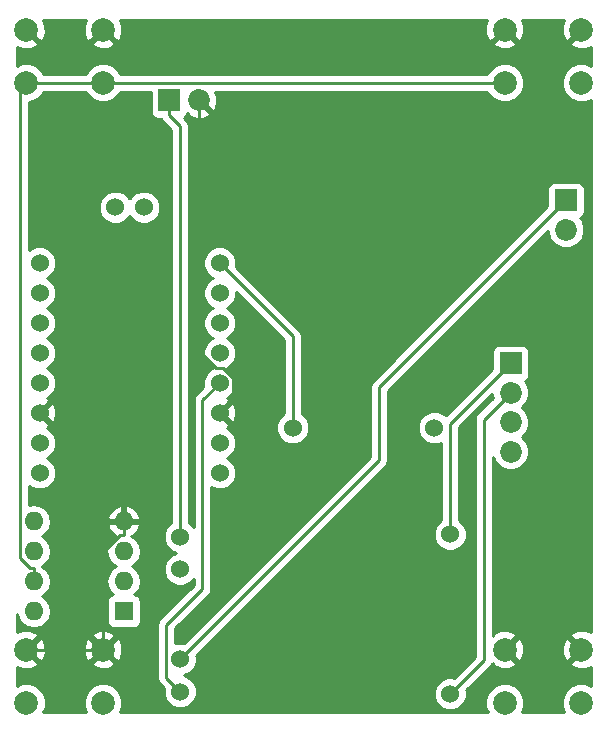
<source format=gbr>
G04 #@! TF.FileFunction,Copper,L1,Top,Signal*
%FSLAX46Y46*%
G04 Gerber Fmt 4.6, Leading zero omitted, Abs format (unit mm)*
G04 Created by KiCad (PCBNEW 4.0.6+dfsg1-1) date Tue Mar 13 10:59:44 2018*
%MOMM*%
%LPD*%
G01*
G04 APERTURE LIST*
%ADD10C,0.100000*%
%ADD11C,1.524000*%
%ADD12R,1.850000X1.850000*%
%ADD13C,1.850000*%
%ADD14R,1.600000X1.600000*%
%ADD15O,1.600000X1.600000*%
%ADD16C,2.000000*%
%ADD17C,0.250000*%
%ADD18C,0.254000*%
G04 APERTURE END LIST*
D10*
D11*
X157250000Y-122700000D03*
X169250000Y-122700000D03*
D12*
X146800000Y-95000000D03*
D13*
X149300000Y-95000000D03*
D14*
X142950000Y-138250000D03*
D15*
X135330000Y-130630000D03*
X142950000Y-135710000D03*
X135330000Y-133170000D03*
X142950000Y-133170000D03*
X135330000Y-135710000D03*
X142950000Y-130630000D03*
X135330000Y-138250000D03*
D16*
X134700000Y-93500000D03*
X134700000Y-89000000D03*
X141200000Y-93500000D03*
X141200000Y-89000000D03*
X175200000Y-93500000D03*
X175200000Y-89000000D03*
X181700000Y-93500000D03*
X181700000Y-89000000D03*
X175200000Y-146000000D03*
X175200000Y-141500000D03*
X181700000Y-146000000D03*
X181700000Y-141500000D03*
X134700000Y-146000000D03*
X134700000Y-141500000D03*
X141200000Y-146000000D03*
X141200000Y-141500000D03*
D12*
X180400000Y-103450000D03*
D13*
X180400000Y-105950000D03*
D12*
X175700000Y-117250000D03*
D13*
X175700000Y-119750000D03*
X175700000Y-122250000D03*
X175700000Y-124750000D03*
D11*
X151070000Y-126540000D03*
X151070000Y-124000000D03*
X151070000Y-121460000D03*
X151070000Y-118920000D03*
X151070000Y-116380000D03*
X151070000Y-113840000D03*
X151070000Y-111300000D03*
X151070000Y-108760000D03*
X135830000Y-126540000D03*
X135830000Y-124000000D03*
X135830000Y-121460000D03*
X135830000Y-118920000D03*
X135830000Y-116380000D03*
X135830000Y-113840000D03*
X135830000Y-111300000D03*
X135830000Y-108760000D03*
X144650000Y-104050000D03*
X142250000Y-104050000D03*
X147720000Y-142310000D03*
X147720000Y-134690000D03*
X147720000Y-131946800D03*
X147720000Y-145053200D03*
X170580000Y-131743600D03*
X170580000Y-145256400D03*
D17*
X170580000Y-122370000D02*
X175700000Y-117250000D01*
X170580000Y-131743600D02*
X170580000Y-122370000D01*
X173419200Y-122030800D02*
X175700000Y-119750000D01*
X173419200Y-142417200D02*
X173419200Y-122030800D01*
X170580000Y-145256400D02*
X173419200Y-142417200D01*
X157250000Y-114940000D02*
X157250000Y-122700000D01*
X151070000Y-108760000D02*
X157250000Y-114940000D01*
X135330000Y-135710000D02*
X135330000Y-134584700D01*
X175200000Y-93500000D02*
X141200000Y-93500000D01*
X134204700Y-93995300D02*
X134700000Y-93500000D01*
X134204700Y-133740800D02*
X134204700Y-93995300D01*
X135048600Y-134584700D02*
X134204700Y-133740800D01*
X135330000Y-134584700D02*
X135048600Y-134584700D01*
X134700000Y-93500000D02*
X141200000Y-93500000D01*
X134700000Y-141500000D02*
X141200000Y-141500000D01*
X149300000Y-116199800D02*
X149300000Y-95000000D01*
X150750200Y-117650000D02*
X149300000Y-116199800D01*
X151347400Y-117650000D02*
X150750200Y-117650000D01*
X152170800Y-118473400D02*
X151347400Y-117650000D01*
X152170800Y-120359200D02*
X152170800Y-118473400D01*
X151070000Y-121460000D02*
X152170800Y-120359200D01*
X141200000Y-133224000D02*
X141200000Y-141500000D01*
X142668700Y-131755300D02*
X141200000Y-133224000D01*
X142950000Y-131755300D02*
X142668700Y-131755300D01*
X142950000Y-130630000D02*
X142950000Y-131755300D01*
X147720000Y-97170300D02*
X146800000Y-96250300D01*
X147720000Y-131946800D02*
X147720000Y-97170300D01*
X146800000Y-95000000D02*
X146800000Y-96250300D01*
X149617400Y-120372600D02*
X151070000Y-118920000D01*
X149617400Y-136339800D02*
X149617400Y-120372600D01*
X146562300Y-139394900D02*
X149617400Y-136339800D01*
X146562300Y-143895500D02*
X146562300Y-139394900D01*
X147720000Y-145053200D02*
X146562300Y-143895500D01*
X164559500Y-119290500D02*
X180400000Y-103450000D01*
X164559500Y-125470500D02*
X164559500Y-119290500D01*
X147720000Y-142310000D02*
X164559500Y-125470500D01*
D18*
G36*
X139554092Y-88735461D02*
X139578144Y-89385460D01*
X139780613Y-89874264D01*
X140047468Y-89972927D01*
X141020395Y-89000000D01*
X141006253Y-88985858D01*
X141185858Y-88806253D01*
X141200000Y-88820395D01*
X141214143Y-88806253D01*
X141393748Y-88985858D01*
X141379605Y-89000000D01*
X142352532Y-89972927D01*
X142619387Y-89874264D01*
X142845908Y-89264539D01*
X142821856Y-88614540D01*
X142654290Y-88210000D01*
X173749308Y-88210000D01*
X173554092Y-88735461D01*
X173578144Y-89385460D01*
X173780613Y-89874264D01*
X174047468Y-89972927D01*
X175020395Y-89000000D01*
X175006253Y-88985858D01*
X175185858Y-88806253D01*
X175200000Y-88820395D01*
X175214143Y-88806253D01*
X175393748Y-88985858D01*
X175379605Y-89000000D01*
X176352532Y-89972927D01*
X176619387Y-89874264D01*
X176845908Y-89264539D01*
X176821856Y-88614540D01*
X176654290Y-88210000D01*
X180249308Y-88210000D01*
X180054092Y-88735461D01*
X180078144Y-89385460D01*
X180280613Y-89874264D01*
X180547468Y-89972927D01*
X181520395Y-89000000D01*
X181506253Y-88985858D01*
X181685858Y-88806253D01*
X181700000Y-88820395D01*
X181714143Y-88806253D01*
X181893748Y-88985858D01*
X181879605Y-89000000D01*
X181893748Y-89014143D01*
X181714143Y-89193748D01*
X181700000Y-89179605D01*
X180727073Y-90152532D01*
X180825736Y-90419387D01*
X181435461Y-90645908D01*
X182085460Y-90621856D01*
X182490000Y-90454290D01*
X182490000Y-92057684D01*
X182026648Y-91865284D01*
X181376205Y-91864716D01*
X180775057Y-92113106D01*
X180314722Y-92572637D01*
X180065284Y-93173352D01*
X180064716Y-93823795D01*
X180313106Y-94424943D01*
X180772637Y-94885278D01*
X181373352Y-95134716D01*
X182023795Y-95135284D01*
X182490000Y-94942651D01*
X182490000Y-140049308D01*
X181964539Y-139854092D01*
X181314540Y-139878144D01*
X180825736Y-140080613D01*
X180727073Y-140347468D01*
X181700000Y-141320395D01*
X181714143Y-141306253D01*
X181893748Y-141485858D01*
X181879605Y-141500000D01*
X181893748Y-141514143D01*
X181714143Y-141693748D01*
X181700000Y-141679605D01*
X180727073Y-142652532D01*
X180825736Y-142919387D01*
X181435461Y-143145908D01*
X182085460Y-143121856D01*
X182490000Y-142954290D01*
X182490000Y-144557684D01*
X182026648Y-144365284D01*
X181376205Y-144364716D01*
X180775057Y-144613106D01*
X180314722Y-145072637D01*
X180065284Y-145673352D01*
X180064716Y-146323795D01*
X180257349Y-146790000D01*
X176642316Y-146790000D01*
X176834716Y-146326648D01*
X176835284Y-145676205D01*
X176586894Y-145075057D01*
X176127363Y-144614722D01*
X175526648Y-144365284D01*
X174876205Y-144364716D01*
X174275057Y-144613106D01*
X173814722Y-145072637D01*
X173565284Y-145673352D01*
X173564716Y-146323795D01*
X173757349Y-146790000D01*
X142642316Y-146790000D01*
X142834716Y-146326648D01*
X142835284Y-145676205D01*
X142586894Y-145075057D01*
X142127363Y-144614722D01*
X141526648Y-144365284D01*
X140876205Y-144364716D01*
X140275057Y-144613106D01*
X139814722Y-145072637D01*
X139565284Y-145673352D01*
X139564716Y-146323795D01*
X139757349Y-146790000D01*
X136142316Y-146790000D01*
X136334716Y-146326648D01*
X136335284Y-145676205D01*
X136086894Y-145075057D01*
X135627363Y-144614722D01*
X135026648Y-144365284D01*
X134376205Y-144364716D01*
X133910000Y-144557349D01*
X133910000Y-142950692D01*
X134435461Y-143145908D01*
X135085460Y-143121856D01*
X135574264Y-142919387D01*
X135672927Y-142652532D01*
X140227073Y-142652532D01*
X140325736Y-142919387D01*
X140935461Y-143145908D01*
X141585460Y-143121856D01*
X142074264Y-142919387D01*
X142172927Y-142652532D01*
X141200000Y-141679605D01*
X140227073Y-142652532D01*
X135672927Y-142652532D01*
X134700000Y-141679605D01*
X134685858Y-141693748D01*
X134506253Y-141514143D01*
X134520395Y-141500000D01*
X134879605Y-141500000D01*
X135852532Y-142472927D01*
X136119387Y-142374264D01*
X136345908Y-141764539D01*
X136326331Y-141235461D01*
X139554092Y-141235461D01*
X139578144Y-141885460D01*
X139780613Y-142374264D01*
X140047468Y-142472927D01*
X141020395Y-141500000D01*
X141379605Y-141500000D01*
X142352532Y-142472927D01*
X142619387Y-142374264D01*
X142845908Y-141764539D01*
X142821856Y-141114540D01*
X142619387Y-140625736D01*
X142352532Y-140527073D01*
X141379605Y-141500000D01*
X141020395Y-141500000D01*
X140047468Y-140527073D01*
X139780613Y-140625736D01*
X139554092Y-141235461D01*
X136326331Y-141235461D01*
X136321856Y-141114540D01*
X136119387Y-140625736D01*
X135852532Y-140527073D01*
X134879605Y-141500000D01*
X134520395Y-141500000D01*
X134506253Y-141485858D01*
X134685858Y-141306253D01*
X134700000Y-141320395D01*
X135672927Y-140347468D01*
X140227073Y-140347468D01*
X141200000Y-141320395D01*
X142172927Y-140347468D01*
X142074264Y-140080613D01*
X141464539Y-139854092D01*
X140814540Y-139878144D01*
X140325736Y-140080613D01*
X140227073Y-140347468D01*
X135672927Y-140347468D01*
X135574264Y-140080613D01*
X134964539Y-139854092D01*
X134314540Y-139878144D01*
X133910000Y-140045710D01*
X133910000Y-138466744D01*
X133976120Y-138799151D01*
X134287189Y-139264698D01*
X134752736Y-139575767D01*
X135301887Y-139685000D01*
X135358113Y-139685000D01*
X135907264Y-139575767D01*
X136372811Y-139264698D01*
X136683880Y-138799151D01*
X136793113Y-138250000D01*
X136683880Y-137700849D01*
X136372811Y-137235302D01*
X135990725Y-136980000D01*
X136372811Y-136724698D01*
X136683880Y-136259151D01*
X136793113Y-135710000D01*
X136683880Y-135160849D01*
X136372811Y-134695302D01*
X136072022Y-134494321D01*
X136052947Y-134398424D01*
X136372811Y-134184698D01*
X136683880Y-133719151D01*
X136793113Y-133170000D01*
X141486887Y-133170000D01*
X141596120Y-133719151D01*
X141907189Y-134184698D01*
X142289275Y-134440000D01*
X141907189Y-134695302D01*
X141596120Y-135160849D01*
X141486887Y-135710000D01*
X141596120Y-136259151D01*
X141907189Y-136724698D01*
X142051465Y-136821101D01*
X141914683Y-136846838D01*
X141698559Y-136985910D01*
X141553569Y-137198110D01*
X141502560Y-137450000D01*
X141502560Y-139050000D01*
X141546838Y-139285317D01*
X141685910Y-139501441D01*
X141898110Y-139646431D01*
X142150000Y-139697440D01*
X143750000Y-139697440D01*
X143985317Y-139653162D01*
X144201441Y-139514090D01*
X144346431Y-139301890D01*
X144397440Y-139050000D01*
X144397440Y-137450000D01*
X144353162Y-137214683D01*
X144214090Y-136998559D01*
X144001890Y-136853569D01*
X143846911Y-136822185D01*
X143992811Y-136724698D01*
X144303880Y-136259151D01*
X144413113Y-135710000D01*
X144303880Y-135160849D01*
X143992811Y-134695302D01*
X143610725Y-134440000D01*
X143992811Y-134184698D01*
X144303880Y-133719151D01*
X144413113Y-133170000D01*
X144303880Y-132620849D01*
X143992811Y-132155302D01*
X143588297Y-131885014D01*
X143805134Y-131782389D01*
X144181041Y-131367423D01*
X144341904Y-130979039D01*
X144219915Y-130757000D01*
X143077000Y-130757000D01*
X143077000Y-130777000D01*
X142823000Y-130777000D01*
X142823000Y-130757000D01*
X141680085Y-130757000D01*
X141558096Y-130979039D01*
X141718959Y-131367423D01*
X142094866Y-131782389D01*
X142311703Y-131885014D01*
X141907189Y-132155302D01*
X141596120Y-132620849D01*
X141486887Y-133170000D01*
X136793113Y-133170000D01*
X136683880Y-132620849D01*
X136372811Y-132155302D01*
X135990725Y-131900000D01*
X136372811Y-131644698D01*
X136683880Y-131179151D01*
X136793113Y-130630000D01*
X136723685Y-130280961D01*
X141558096Y-130280961D01*
X141680085Y-130503000D01*
X142823000Y-130503000D01*
X142823000Y-129359371D01*
X143077000Y-129359371D01*
X143077000Y-130503000D01*
X144219915Y-130503000D01*
X144341904Y-130280961D01*
X144181041Y-129892577D01*
X143805134Y-129477611D01*
X143299041Y-129238086D01*
X143077000Y-129359371D01*
X142823000Y-129359371D01*
X142600959Y-129238086D01*
X142094866Y-129477611D01*
X141718959Y-129892577D01*
X141558096Y-130280961D01*
X136723685Y-130280961D01*
X136683880Y-130080849D01*
X136372811Y-129615302D01*
X135907264Y-129304233D01*
X135358113Y-129195000D01*
X135301887Y-129195000D01*
X134964700Y-129262071D01*
X134964700Y-127650572D01*
X135037630Y-127723629D01*
X135550900Y-127936757D01*
X136106661Y-127937242D01*
X136620303Y-127725010D01*
X137013629Y-127332370D01*
X137226757Y-126819100D01*
X137227242Y-126263339D01*
X137015010Y-125749697D01*
X136622370Y-125356371D01*
X136414488Y-125270051D01*
X136620303Y-125185010D01*
X137013629Y-124792370D01*
X137226757Y-124279100D01*
X137227242Y-123723339D01*
X137015010Y-123209697D01*
X136622370Y-122816371D01*
X136430273Y-122736605D01*
X136561143Y-122682397D01*
X136630608Y-122440213D01*
X135830000Y-121639605D01*
X135815858Y-121653748D01*
X135636253Y-121474143D01*
X135650395Y-121460000D01*
X136009605Y-121460000D01*
X136810213Y-122260608D01*
X137052397Y-122191143D01*
X137239144Y-121667698D01*
X137211362Y-121112632D01*
X137052397Y-120728857D01*
X136810213Y-120659392D01*
X136009605Y-121460000D01*
X135650395Y-121460000D01*
X135636253Y-121445858D01*
X135815858Y-121266253D01*
X135830000Y-121280395D01*
X136630608Y-120479787D01*
X136561143Y-120237603D01*
X136420682Y-120187491D01*
X136620303Y-120105010D01*
X137013629Y-119712370D01*
X137226757Y-119199100D01*
X137227242Y-118643339D01*
X137015010Y-118129697D01*
X136622370Y-117736371D01*
X136414488Y-117650051D01*
X136620303Y-117565010D01*
X137013629Y-117172370D01*
X137226757Y-116659100D01*
X137227242Y-116103339D01*
X137015010Y-115589697D01*
X136622370Y-115196371D01*
X136414488Y-115110051D01*
X136620303Y-115025010D01*
X137013629Y-114632370D01*
X137226757Y-114119100D01*
X137227242Y-113563339D01*
X137015010Y-113049697D01*
X136622370Y-112656371D01*
X136414488Y-112570051D01*
X136620303Y-112485010D01*
X137013629Y-112092370D01*
X137226757Y-111579100D01*
X137227242Y-111023339D01*
X137015010Y-110509697D01*
X136622370Y-110116371D01*
X136414488Y-110030051D01*
X136620303Y-109945010D01*
X137013629Y-109552370D01*
X137226757Y-109039100D01*
X137227242Y-108483339D01*
X137015010Y-107969697D01*
X136622370Y-107576371D01*
X136109100Y-107363243D01*
X135553339Y-107362758D01*
X135039697Y-107574990D01*
X134964700Y-107649856D01*
X134964700Y-104326661D01*
X140852758Y-104326661D01*
X141064990Y-104840303D01*
X141457630Y-105233629D01*
X141970900Y-105446757D01*
X142526661Y-105447242D01*
X143040303Y-105235010D01*
X143433629Y-104842370D01*
X143449776Y-104803483D01*
X143464990Y-104840303D01*
X143857630Y-105233629D01*
X144370900Y-105446757D01*
X144926661Y-105447242D01*
X145440303Y-105235010D01*
X145833629Y-104842370D01*
X146046757Y-104329100D01*
X146047242Y-103773339D01*
X145835010Y-103259697D01*
X145442370Y-102866371D01*
X144929100Y-102653243D01*
X144373339Y-102652758D01*
X143859697Y-102864990D01*
X143466371Y-103257630D01*
X143450224Y-103296517D01*
X143435010Y-103259697D01*
X143042370Y-102866371D01*
X142529100Y-102653243D01*
X141973339Y-102652758D01*
X141459697Y-102864990D01*
X141066371Y-103257630D01*
X140853243Y-103770900D01*
X140852758Y-104326661D01*
X134964700Y-104326661D01*
X134964700Y-95135232D01*
X135023795Y-95135284D01*
X135624943Y-94886894D01*
X136085278Y-94427363D01*
X136154773Y-94260000D01*
X139744953Y-94260000D01*
X139813106Y-94424943D01*
X140272637Y-94885278D01*
X140873352Y-95134716D01*
X141523795Y-95135284D01*
X142124943Y-94886894D01*
X142585278Y-94427363D01*
X142654773Y-94260000D01*
X145227560Y-94260000D01*
X145227560Y-95925000D01*
X145271838Y-96160317D01*
X145410910Y-96376441D01*
X145623110Y-96521431D01*
X145875000Y-96572440D01*
X146118767Y-96572440D01*
X146262599Y-96787701D01*
X146960000Y-97485102D01*
X146960000Y-130749269D01*
X146929697Y-130761790D01*
X146536371Y-131154430D01*
X146323243Y-131667700D01*
X146322758Y-132223461D01*
X146534990Y-132737103D01*
X146927630Y-133130429D01*
X147380797Y-133318600D01*
X146929697Y-133504990D01*
X146536371Y-133897630D01*
X146323243Y-134410900D01*
X146322758Y-134966661D01*
X146534990Y-135480303D01*
X146927630Y-135873629D01*
X147440900Y-136086757D01*
X147996661Y-136087242D01*
X148510303Y-135875010D01*
X148857400Y-135528518D01*
X148857400Y-136024998D01*
X146024899Y-138857499D01*
X145860152Y-139104061D01*
X145802300Y-139394900D01*
X145802300Y-143895500D01*
X145860152Y-144186339D01*
X146024899Y-144432901D01*
X146335817Y-144743819D01*
X146323243Y-144774100D01*
X146322758Y-145329861D01*
X146534990Y-145843503D01*
X146927630Y-146236829D01*
X147440900Y-146449957D01*
X147996661Y-146450442D01*
X148510303Y-146238210D01*
X148903629Y-145845570D01*
X149116757Y-145332300D01*
X149117242Y-144776539D01*
X148905010Y-144262897D01*
X148512370Y-143869571D01*
X148059203Y-143681400D01*
X148510303Y-143495010D01*
X148903629Y-143102370D01*
X149116757Y-142589100D01*
X149117242Y-142033339D01*
X149103857Y-142000945D01*
X165096901Y-126007901D01*
X165261648Y-125761340D01*
X165319500Y-125470500D01*
X165319500Y-122976661D01*
X167852758Y-122976661D01*
X168064990Y-123490303D01*
X168457630Y-123883629D01*
X168970900Y-124096757D01*
X169526661Y-124097242D01*
X169820000Y-123976037D01*
X169820000Y-130546069D01*
X169789697Y-130558590D01*
X169396371Y-130951230D01*
X169183243Y-131464500D01*
X169182758Y-132020261D01*
X169394990Y-132533903D01*
X169787630Y-132927229D01*
X170300900Y-133140357D01*
X170856661Y-133140842D01*
X171370303Y-132928610D01*
X171763629Y-132535970D01*
X171976757Y-132022700D01*
X171977242Y-131466939D01*
X171765010Y-130953297D01*
X171372370Y-130559971D01*
X171340000Y-130546530D01*
X171340000Y-122684802D01*
X174139882Y-119884920D01*
X174139730Y-120058942D01*
X174191343Y-120183855D01*
X172881799Y-121493399D01*
X172717052Y-121739961D01*
X172659200Y-122030800D01*
X172659200Y-142102398D01*
X170889381Y-143872217D01*
X170859100Y-143859643D01*
X170303339Y-143859158D01*
X169789697Y-144071390D01*
X169396371Y-144464030D01*
X169183243Y-144977300D01*
X169182758Y-145533061D01*
X169394990Y-146046703D01*
X169787630Y-146440029D01*
X170300900Y-146653157D01*
X170856661Y-146653642D01*
X171370303Y-146441410D01*
X171763629Y-146048770D01*
X171976757Y-145535500D01*
X171977242Y-144979739D01*
X171963857Y-144947345D01*
X173956601Y-142954601D01*
X174094380Y-142748400D01*
X174112794Y-142766814D01*
X174227074Y-142652534D01*
X174325736Y-142919387D01*
X174935461Y-143145908D01*
X175585460Y-143121856D01*
X176074264Y-142919387D01*
X176172927Y-142652532D01*
X175200000Y-141679605D01*
X175185858Y-141693748D01*
X175006253Y-141514143D01*
X175020395Y-141500000D01*
X175379605Y-141500000D01*
X176352532Y-142472927D01*
X176619387Y-142374264D01*
X176845908Y-141764539D01*
X176826331Y-141235461D01*
X180054092Y-141235461D01*
X180078144Y-141885460D01*
X180280613Y-142374264D01*
X180547468Y-142472927D01*
X181520395Y-141500000D01*
X180547468Y-140527073D01*
X180280613Y-140625736D01*
X180054092Y-141235461D01*
X176826331Y-141235461D01*
X176821856Y-141114540D01*
X176619387Y-140625736D01*
X176352532Y-140527073D01*
X175379605Y-141500000D01*
X175020395Y-141500000D01*
X175006253Y-141485858D01*
X175185858Y-141306253D01*
X175200000Y-141320395D01*
X176172927Y-140347468D01*
X176074264Y-140080613D01*
X175464539Y-139854092D01*
X174814540Y-139878144D01*
X174325736Y-140080613D01*
X174227074Y-140347466D01*
X174179200Y-140299592D01*
X174179200Y-125154467D01*
X174376725Y-125632514D01*
X174815177Y-126071732D01*
X175388336Y-126309728D01*
X176008942Y-126310270D01*
X176582514Y-126073275D01*
X177021732Y-125634823D01*
X177259728Y-125061664D01*
X177260270Y-124441058D01*
X177023275Y-123867486D01*
X176656174Y-123499744D01*
X177021732Y-123134823D01*
X177259728Y-122561664D01*
X177260270Y-121941058D01*
X177023275Y-121367486D01*
X176656174Y-120999744D01*
X177021732Y-120634823D01*
X177259728Y-120061664D01*
X177260270Y-119441058D01*
X177023275Y-118867486D01*
X176905246Y-118749251D01*
X177076441Y-118639090D01*
X177221431Y-118426890D01*
X177272440Y-118175000D01*
X177272440Y-116325000D01*
X177228162Y-116089683D01*
X177089090Y-115873559D01*
X176876890Y-115728569D01*
X176625000Y-115677560D01*
X174775000Y-115677560D01*
X174539683Y-115721838D01*
X174323559Y-115860910D01*
X174178569Y-116073110D01*
X174127560Y-116325000D01*
X174127560Y-117747638D01*
X170200460Y-121674738D01*
X170042370Y-121516371D01*
X169529100Y-121303243D01*
X168973339Y-121302758D01*
X168459697Y-121514990D01*
X168066371Y-121907630D01*
X167853243Y-122420900D01*
X167852758Y-122976661D01*
X165319500Y-122976661D01*
X165319500Y-119605302D01*
X178839882Y-106084920D01*
X178839730Y-106258942D01*
X179076725Y-106832514D01*
X179515177Y-107271732D01*
X180088336Y-107509728D01*
X180708942Y-107510270D01*
X181282514Y-107273275D01*
X181721732Y-106834823D01*
X181959728Y-106261664D01*
X181960270Y-105641058D01*
X181723275Y-105067486D01*
X181605246Y-104949251D01*
X181776441Y-104839090D01*
X181921431Y-104626890D01*
X181972440Y-104375000D01*
X181972440Y-102525000D01*
X181928162Y-102289683D01*
X181789090Y-102073559D01*
X181576890Y-101928569D01*
X181325000Y-101877560D01*
X179475000Y-101877560D01*
X179239683Y-101921838D01*
X179023559Y-102060910D01*
X178878569Y-102273110D01*
X178827560Y-102525000D01*
X178827560Y-103947638D01*
X164022099Y-118753099D01*
X163857352Y-118999661D01*
X163799500Y-119290500D01*
X163799500Y-125155698D01*
X148029381Y-140925817D01*
X147999100Y-140913243D01*
X147443339Y-140912758D01*
X147322300Y-140962770D01*
X147322300Y-139709702D01*
X150154801Y-136877201D01*
X150319548Y-136630639D01*
X150377400Y-136339800D01*
X150377400Y-127765057D01*
X150790900Y-127936757D01*
X151346661Y-127937242D01*
X151860303Y-127725010D01*
X152253629Y-127332370D01*
X152466757Y-126819100D01*
X152467242Y-126263339D01*
X152255010Y-125749697D01*
X151862370Y-125356371D01*
X151654488Y-125270051D01*
X151860303Y-125185010D01*
X152253629Y-124792370D01*
X152466757Y-124279100D01*
X152467242Y-123723339D01*
X152255010Y-123209697D01*
X151862370Y-122816371D01*
X151670273Y-122736605D01*
X151801143Y-122682397D01*
X151870608Y-122440213D01*
X151070000Y-121639605D01*
X151055858Y-121653748D01*
X150876253Y-121474143D01*
X150890395Y-121460000D01*
X151249605Y-121460000D01*
X152050213Y-122260608D01*
X152292397Y-122191143D01*
X152479144Y-121667698D01*
X152451362Y-121112632D01*
X152292397Y-120728857D01*
X152050213Y-120659392D01*
X151249605Y-121460000D01*
X150890395Y-121460000D01*
X150876253Y-121445858D01*
X151055858Y-121266253D01*
X151070000Y-121280395D01*
X151870608Y-120479787D01*
X151801143Y-120237603D01*
X151660682Y-120187491D01*
X151860303Y-120105010D01*
X152253629Y-119712370D01*
X152466757Y-119199100D01*
X152467242Y-118643339D01*
X152255010Y-118129697D01*
X151862370Y-117736371D01*
X151654488Y-117650051D01*
X151860303Y-117565010D01*
X152253629Y-117172370D01*
X152466757Y-116659100D01*
X152467242Y-116103339D01*
X152255010Y-115589697D01*
X151862370Y-115196371D01*
X151654488Y-115110051D01*
X151860303Y-115025010D01*
X152253629Y-114632370D01*
X152466757Y-114119100D01*
X152467242Y-113563339D01*
X152255010Y-113049697D01*
X151862370Y-112656371D01*
X151654488Y-112570051D01*
X151860303Y-112485010D01*
X152253629Y-112092370D01*
X152466757Y-111579100D01*
X152467060Y-111231862D01*
X156490000Y-115254802D01*
X156490000Y-121502469D01*
X156459697Y-121514990D01*
X156066371Y-121907630D01*
X155853243Y-122420900D01*
X155852758Y-122976661D01*
X156064990Y-123490303D01*
X156457630Y-123883629D01*
X156970900Y-124096757D01*
X157526661Y-124097242D01*
X158040303Y-123885010D01*
X158433629Y-123492370D01*
X158646757Y-122979100D01*
X158647242Y-122423339D01*
X158435010Y-121909697D01*
X158042370Y-121516371D01*
X158010000Y-121502930D01*
X158010000Y-114940000D01*
X157952148Y-114649161D01*
X157787401Y-114402599D01*
X152454183Y-109069381D01*
X152466757Y-109039100D01*
X152467242Y-108483339D01*
X152255010Y-107969697D01*
X151862370Y-107576371D01*
X151349100Y-107363243D01*
X150793339Y-107362758D01*
X150279697Y-107574990D01*
X149886371Y-107967630D01*
X149673243Y-108480900D01*
X149672758Y-109036661D01*
X149884990Y-109550303D01*
X150277630Y-109943629D01*
X150485512Y-110029949D01*
X150279697Y-110114990D01*
X149886371Y-110507630D01*
X149673243Y-111020900D01*
X149672758Y-111576661D01*
X149884990Y-112090303D01*
X150277630Y-112483629D01*
X150485512Y-112569949D01*
X150279697Y-112654990D01*
X149886371Y-113047630D01*
X149673243Y-113560900D01*
X149672758Y-114116661D01*
X149884990Y-114630303D01*
X150277630Y-115023629D01*
X150485512Y-115109949D01*
X150279697Y-115194990D01*
X149886371Y-115587630D01*
X149673243Y-116100900D01*
X149672758Y-116656661D01*
X149884990Y-117170303D01*
X150277630Y-117563629D01*
X150485512Y-117649949D01*
X150279697Y-117734990D01*
X149886371Y-118127630D01*
X149673243Y-118640900D01*
X149672758Y-119196661D01*
X149686143Y-119229055D01*
X149079999Y-119835199D01*
X148915252Y-120081761D01*
X148857400Y-120372600D01*
X148857400Y-131108804D01*
X148512370Y-130763171D01*
X148480000Y-130749730D01*
X148480000Y-97170300D01*
X148422148Y-96879461D01*
X148422148Y-96879460D01*
X148257401Y-96632899D01*
X148077353Y-96452851D01*
X148176441Y-96389090D01*
X148321431Y-96176890D01*
X148326183Y-96153425D01*
X148381350Y-96098258D01*
X148470821Y-96357332D01*
X149053368Y-96571325D01*
X149673461Y-96546097D01*
X150129179Y-96357332D01*
X150218651Y-96098256D01*
X149300000Y-95179605D01*
X149285858Y-95193748D01*
X149106253Y-95014143D01*
X149120395Y-95000000D01*
X149106253Y-94985858D01*
X149285858Y-94806253D01*
X149300000Y-94820395D01*
X149314143Y-94806253D01*
X149493748Y-94985858D01*
X149479605Y-95000000D01*
X150398256Y-95918651D01*
X150657332Y-95829179D01*
X150871325Y-95246632D01*
X150846097Y-94626539D01*
X150694271Y-94260000D01*
X173744953Y-94260000D01*
X173813106Y-94424943D01*
X174272637Y-94885278D01*
X174873352Y-95134716D01*
X175523795Y-95135284D01*
X176124943Y-94886894D01*
X176585278Y-94427363D01*
X176834716Y-93826648D01*
X176835284Y-93176205D01*
X176586894Y-92575057D01*
X176127363Y-92114722D01*
X175526648Y-91865284D01*
X174876205Y-91864716D01*
X174275057Y-92113106D01*
X173814722Y-92572637D01*
X173745227Y-92740000D01*
X142655047Y-92740000D01*
X142586894Y-92575057D01*
X142127363Y-92114722D01*
X141526648Y-91865284D01*
X140876205Y-91864716D01*
X140275057Y-92113106D01*
X139814722Y-92572637D01*
X139745227Y-92740000D01*
X136155047Y-92740000D01*
X136086894Y-92575057D01*
X135627363Y-92114722D01*
X135026648Y-91865284D01*
X134376205Y-91864716D01*
X133910000Y-92057349D01*
X133910000Y-90450692D01*
X134435461Y-90645908D01*
X135085460Y-90621856D01*
X135574264Y-90419387D01*
X135672927Y-90152532D01*
X140227073Y-90152532D01*
X140325736Y-90419387D01*
X140935461Y-90645908D01*
X141585460Y-90621856D01*
X142074264Y-90419387D01*
X142172927Y-90152532D01*
X174227073Y-90152532D01*
X174325736Y-90419387D01*
X174935461Y-90645908D01*
X175585460Y-90621856D01*
X176074264Y-90419387D01*
X176172927Y-90152532D01*
X175200000Y-89179605D01*
X174227073Y-90152532D01*
X142172927Y-90152532D01*
X141200000Y-89179605D01*
X140227073Y-90152532D01*
X135672927Y-90152532D01*
X134700000Y-89179605D01*
X134685858Y-89193748D01*
X134506253Y-89014143D01*
X134520395Y-89000000D01*
X134506253Y-88985858D01*
X134685858Y-88806253D01*
X134700000Y-88820395D01*
X134714143Y-88806253D01*
X134893748Y-88985858D01*
X134879605Y-89000000D01*
X135852532Y-89972927D01*
X136119387Y-89874264D01*
X136345908Y-89264539D01*
X136321856Y-88614540D01*
X136154290Y-88210000D01*
X139749308Y-88210000D01*
X139554092Y-88735461D01*
X139554092Y-88735461D01*
G37*
X139554092Y-88735461D02*
X139578144Y-89385460D01*
X139780613Y-89874264D01*
X140047468Y-89972927D01*
X141020395Y-89000000D01*
X141006253Y-88985858D01*
X141185858Y-88806253D01*
X141200000Y-88820395D01*
X141214143Y-88806253D01*
X141393748Y-88985858D01*
X141379605Y-89000000D01*
X142352532Y-89972927D01*
X142619387Y-89874264D01*
X142845908Y-89264539D01*
X142821856Y-88614540D01*
X142654290Y-88210000D01*
X173749308Y-88210000D01*
X173554092Y-88735461D01*
X173578144Y-89385460D01*
X173780613Y-89874264D01*
X174047468Y-89972927D01*
X175020395Y-89000000D01*
X175006253Y-88985858D01*
X175185858Y-88806253D01*
X175200000Y-88820395D01*
X175214143Y-88806253D01*
X175393748Y-88985858D01*
X175379605Y-89000000D01*
X176352532Y-89972927D01*
X176619387Y-89874264D01*
X176845908Y-89264539D01*
X176821856Y-88614540D01*
X176654290Y-88210000D01*
X180249308Y-88210000D01*
X180054092Y-88735461D01*
X180078144Y-89385460D01*
X180280613Y-89874264D01*
X180547468Y-89972927D01*
X181520395Y-89000000D01*
X181506253Y-88985858D01*
X181685858Y-88806253D01*
X181700000Y-88820395D01*
X181714143Y-88806253D01*
X181893748Y-88985858D01*
X181879605Y-89000000D01*
X181893748Y-89014143D01*
X181714143Y-89193748D01*
X181700000Y-89179605D01*
X180727073Y-90152532D01*
X180825736Y-90419387D01*
X181435461Y-90645908D01*
X182085460Y-90621856D01*
X182490000Y-90454290D01*
X182490000Y-92057684D01*
X182026648Y-91865284D01*
X181376205Y-91864716D01*
X180775057Y-92113106D01*
X180314722Y-92572637D01*
X180065284Y-93173352D01*
X180064716Y-93823795D01*
X180313106Y-94424943D01*
X180772637Y-94885278D01*
X181373352Y-95134716D01*
X182023795Y-95135284D01*
X182490000Y-94942651D01*
X182490000Y-140049308D01*
X181964539Y-139854092D01*
X181314540Y-139878144D01*
X180825736Y-140080613D01*
X180727073Y-140347468D01*
X181700000Y-141320395D01*
X181714143Y-141306253D01*
X181893748Y-141485858D01*
X181879605Y-141500000D01*
X181893748Y-141514143D01*
X181714143Y-141693748D01*
X181700000Y-141679605D01*
X180727073Y-142652532D01*
X180825736Y-142919387D01*
X181435461Y-143145908D01*
X182085460Y-143121856D01*
X182490000Y-142954290D01*
X182490000Y-144557684D01*
X182026648Y-144365284D01*
X181376205Y-144364716D01*
X180775057Y-144613106D01*
X180314722Y-145072637D01*
X180065284Y-145673352D01*
X180064716Y-146323795D01*
X180257349Y-146790000D01*
X176642316Y-146790000D01*
X176834716Y-146326648D01*
X176835284Y-145676205D01*
X176586894Y-145075057D01*
X176127363Y-144614722D01*
X175526648Y-144365284D01*
X174876205Y-144364716D01*
X174275057Y-144613106D01*
X173814722Y-145072637D01*
X173565284Y-145673352D01*
X173564716Y-146323795D01*
X173757349Y-146790000D01*
X142642316Y-146790000D01*
X142834716Y-146326648D01*
X142835284Y-145676205D01*
X142586894Y-145075057D01*
X142127363Y-144614722D01*
X141526648Y-144365284D01*
X140876205Y-144364716D01*
X140275057Y-144613106D01*
X139814722Y-145072637D01*
X139565284Y-145673352D01*
X139564716Y-146323795D01*
X139757349Y-146790000D01*
X136142316Y-146790000D01*
X136334716Y-146326648D01*
X136335284Y-145676205D01*
X136086894Y-145075057D01*
X135627363Y-144614722D01*
X135026648Y-144365284D01*
X134376205Y-144364716D01*
X133910000Y-144557349D01*
X133910000Y-142950692D01*
X134435461Y-143145908D01*
X135085460Y-143121856D01*
X135574264Y-142919387D01*
X135672927Y-142652532D01*
X140227073Y-142652532D01*
X140325736Y-142919387D01*
X140935461Y-143145908D01*
X141585460Y-143121856D01*
X142074264Y-142919387D01*
X142172927Y-142652532D01*
X141200000Y-141679605D01*
X140227073Y-142652532D01*
X135672927Y-142652532D01*
X134700000Y-141679605D01*
X134685858Y-141693748D01*
X134506253Y-141514143D01*
X134520395Y-141500000D01*
X134879605Y-141500000D01*
X135852532Y-142472927D01*
X136119387Y-142374264D01*
X136345908Y-141764539D01*
X136326331Y-141235461D01*
X139554092Y-141235461D01*
X139578144Y-141885460D01*
X139780613Y-142374264D01*
X140047468Y-142472927D01*
X141020395Y-141500000D01*
X141379605Y-141500000D01*
X142352532Y-142472927D01*
X142619387Y-142374264D01*
X142845908Y-141764539D01*
X142821856Y-141114540D01*
X142619387Y-140625736D01*
X142352532Y-140527073D01*
X141379605Y-141500000D01*
X141020395Y-141500000D01*
X140047468Y-140527073D01*
X139780613Y-140625736D01*
X139554092Y-141235461D01*
X136326331Y-141235461D01*
X136321856Y-141114540D01*
X136119387Y-140625736D01*
X135852532Y-140527073D01*
X134879605Y-141500000D01*
X134520395Y-141500000D01*
X134506253Y-141485858D01*
X134685858Y-141306253D01*
X134700000Y-141320395D01*
X135672927Y-140347468D01*
X140227073Y-140347468D01*
X141200000Y-141320395D01*
X142172927Y-140347468D01*
X142074264Y-140080613D01*
X141464539Y-139854092D01*
X140814540Y-139878144D01*
X140325736Y-140080613D01*
X140227073Y-140347468D01*
X135672927Y-140347468D01*
X135574264Y-140080613D01*
X134964539Y-139854092D01*
X134314540Y-139878144D01*
X133910000Y-140045710D01*
X133910000Y-138466744D01*
X133976120Y-138799151D01*
X134287189Y-139264698D01*
X134752736Y-139575767D01*
X135301887Y-139685000D01*
X135358113Y-139685000D01*
X135907264Y-139575767D01*
X136372811Y-139264698D01*
X136683880Y-138799151D01*
X136793113Y-138250000D01*
X136683880Y-137700849D01*
X136372811Y-137235302D01*
X135990725Y-136980000D01*
X136372811Y-136724698D01*
X136683880Y-136259151D01*
X136793113Y-135710000D01*
X136683880Y-135160849D01*
X136372811Y-134695302D01*
X136072022Y-134494321D01*
X136052947Y-134398424D01*
X136372811Y-134184698D01*
X136683880Y-133719151D01*
X136793113Y-133170000D01*
X141486887Y-133170000D01*
X141596120Y-133719151D01*
X141907189Y-134184698D01*
X142289275Y-134440000D01*
X141907189Y-134695302D01*
X141596120Y-135160849D01*
X141486887Y-135710000D01*
X141596120Y-136259151D01*
X141907189Y-136724698D01*
X142051465Y-136821101D01*
X141914683Y-136846838D01*
X141698559Y-136985910D01*
X141553569Y-137198110D01*
X141502560Y-137450000D01*
X141502560Y-139050000D01*
X141546838Y-139285317D01*
X141685910Y-139501441D01*
X141898110Y-139646431D01*
X142150000Y-139697440D01*
X143750000Y-139697440D01*
X143985317Y-139653162D01*
X144201441Y-139514090D01*
X144346431Y-139301890D01*
X144397440Y-139050000D01*
X144397440Y-137450000D01*
X144353162Y-137214683D01*
X144214090Y-136998559D01*
X144001890Y-136853569D01*
X143846911Y-136822185D01*
X143992811Y-136724698D01*
X144303880Y-136259151D01*
X144413113Y-135710000D01*
X144303880Y-135160849D01*
X143992811Y-134695302D01*
X143610725Y-134440000D01*
X143992811Y-134184698D01*
X144303880Y-133719151D01*
X144413113Y-133170000D01*
X144303880Y-132620849D01*
X143992811Y-132155302D01*
X143588297Y-131885014D01*
X143805134Y-131782389D01*
X144181041Y-131367423D01*
X144341904Y-130979039D01*
X144219915Y-130757000D01*
X143077000Y-130757000D01*
X143077000Y-130777000D01*
X142823000Y-130777000D01*
X142823000Y-130757000D01*
X141680085Y-130757000D01*
X141558096Y-130979039D01*
X141718959Y-131367423D01*
X142094866Y-131782389D01*
X142311703Y-131885014D01*
X141907189Y-132155302D01*
X141596120Y-132620849D01*
X141486887Y-133170000D01*
X136793113Y-133170000D01*
X136683880Y-132620849D01*
X136372811Y-132155302D01*
X135990725Y-131900000D01*
X136372811Y-131644698D01*
X136683880Y-131179151D01*
X136793113Y-130630000D01*
X136723685Y-130280961D01*
X141558096Y-130280961D01*
X141680085Y-130503000D01*
X142823000Y-130503000D01*
X142823000Y-129359371D01*
X143077000Y-129359371D01*
X143077000Y-130503000D01*
X144219915Y-130503000D01*
X144341904Y-130280961D01*
X144181041Y-129892577D01*
X143805134Y-129477611D01*
X143299041Y-129238086D01*
X143077000Y-129359371D01*
X142823000Y-129359371D01*
X142600959Y-129238086D01*
X142094866Y-129477611D01*
X141718959Y-129892577D01*
X141558096Y-130280961D01*
X136723685Y-130280961D01*
X136683880Y-130080849D01*
X136372811Y-129615302D01*
X135907264Y-129304233D01*
X135358113Y-129195000D01*
X135301887Y-129195000D01*
X134964700Y-129262071D01*
X134964700Y-127650572D01*
X135037630Y-127723629D01*
X135550900Y-127936757D01*
X136106661Y-127937242D01*
X136620303Y-127725010D01*
X137013629Y-127332370D01*
X137226757Y-126819100D01*
X137227242Y-126263339D01*
X137015010Y-125749697D01*
X136622370Y-125356371D01*
X136414488Y-125270051D01*
X136620303Y-125185010D01*
X137013629Y-124792370D01*
X137226757Y-124279100D01*
X137227242Y-123723339D01*
X137015010Y-123209697D01*
X136622370Y-122816371D01*
X136430273Y-122736605D01*
X136561143Y-122682397D01*
X136630608Y-122440213D01*
X135830000Y-121639605D01*
X135815858Y-121653748D01*
X135636253Y-121474143D01*
X135650395Y-121460000D01*
X136009605Y-121460000D01*
X136810213Y-122260608D01*
X137052397Y-122191143D01*
X137239144Y-121667698D01*
X137211362Y-121112632D01*
X137052397Y-120728857D01*
X136810213Y-120659392D01*
X136009605Y-121460000D01*
X135650395Y-121460000D01*
X135636253Y-121445858D01*
X135815858Y-121266253D01*
X135830000Y-121280395D01*
X136630608Y-120479787D01*
X136561143Y-120237603D01*
X136420682Y-120187491D01*
X136620303Y-120105010D01*
X137013629Y-119712370D01*
X137226757Y-119199100D01*
X137227242Y-118643339D01*
X137015010Y-118129697D01*
X136622370Y-117736371D01*
X136414488Y-117650051D01*
X136620303Y-117565010D01*
X137013629Y-117172370D01*
X137226757Y-116659100D01*
X137227242Y-116103339D01*
X137015010Y-115589697D01*
X136622370Y-115196371D01*
X136414488Y-115110051D01*
X136620303Y-115025010D01*
X137013629Y-114632370D01*
X137226757Y-114119100D01*
X137227242Y-113563339D01*
X137015010Y-113049697D01*
X136622370Y-112656371D01*
X136414488Y-112570051D01*
X136620303Y-112485010D01*
X137013629Y-112092370D01*
X137226757Y-111579100D01*
X137227242Y-111023339D01*
X137015010Y-110509697D01*
X136622370Y-110116371D01*
X136414488Y-110030051D01*
X136620303Y-109945010D01*
X137013629Y-109552370D01*
X137226757Y-109039100D01*
X137227242Y-108483339D01*
X137015010Y-107969697D01*
X136622370Y-107576371D01*
X136109100Y-107363243D01*
X135553339Y-107362758D01*
X135039697Y-107574990D01*
X134964700Y-107649856D01*
X134964700Y-104326661D01*
X140852758Y-104326661D01*
X141064990Y-104840303D01*
X141457630Y-105233629D01*
X141970900Y-105446757D01*
X142526661Y-105447242D01*
X143040303Y-105235010D01*
X143433629Y-104842370D01*
X143449776Y-104803483D01*
X143464990Y-104840303D01*
X143857630Y-105233629D01*
X144370900Y-105446757D01*
X144926661Y-105447242D01*
X145440303Y-105235010D01*
X145833629Y-104842370D01*
X146046757Y-104329100D01*
X146047242Y-103773339D01*
X145835010Y-103259697D01*
X145442370Y-102866371D01*
X144929100Y-102653243D01*
X144373339Y-102652758D01*
X143859697Y-102864990D01*
X143466371Y-103257630D01*
X143450224Y-103296517D01*
X143435010Y-103259697D01*
X143042370Y-102866371D01*
X142529100Y-102653243D01*
X141973339Y-102652758D01*
X141459697Y-102864990D01*
X141066371Y-103257630D01*
X140853243Y-103770900D01*
X140852758Y-104326661D01*
X134964700Y-104326661D01*
X134964700Y-95135232D01*
X135023795Y-95135284D01*
X135624943Y-94886894D01*
X136085278Y-94427363D01*
X136154773Y-94260000D01*
X139744953Y-94260000D01*
X139813106Y-94424943D01*
X140272637Y-94885278D01*
X140873352Y-95134716D01*
X141523795Y-95135284D01*
X142124943Y-94886894D01*
X142585278Y-94427363D01*
X142654773Y-94260000D01*
X145227560Y-94260000D01*
X145227560Y-95925000D01*
X145271838Y-96160317D01*
X145410910Y-96376441D01*
X145623110Y-96521431D01*
X145875000Y-96572440D01*
X146118767Y-96572440D01*
X146262599Y-96787701D01*
X146960000Y-97485102D01*
X146960000Y-130749269D01*
X146929697Y-130761790D01*
X146536371Y-131154430D01*
X146323243Y-131667700D01*
X146322758Y-132223461D01*
X146534990Y-132737103D01*
X146927630Y-133130429D01*
X147380797Y-133318600D01*
X146929697Y-133504990D01*
X146536371Y-133897630D01*
X146323243Y-134410900D01*
X146322758Y-134966661D01*
X146534990Y-135480303D01*
X146927630Y-135873629D01*
X147440900Y-136086757D01*
X147996661Y-136087242D01*
X148510303Y-135875010D01*
X148857400Y-135528518D01*
X148857400Y-136024998D01*
X146024899Y-138857499D01*
X145860152Y-139104061D01*
X145802300Y-139394900D01*
X145802300Y-143895500D01*
X145860152Y-144186339D01*
X146024899Y-144432901D01*
X146335817Y-144743819D01*
X146323243Y-144774100D01*
X146322758Y-145329861D01*
X146534990Y-145843503D01*
X146927630Y-146236829D01*
X147440900Y-146449957D01*
X147996661Y-146450442D01*
X148510303Y-146238210D01*
X148903629Y-145845570D01*
X149116757Y-145332300D01*
X149117242Y-144776539D01*
X148905010Y-144262897D01*
X148512370Y-143869571D01*
X148059203Y-143681400D01*
X148510303Y-143495010D01*
X148903629Y-143102370D01*
X149116757Y-142589100D01*
X149117242Y-142033339D01*
X149103857Y-142000945D01*
X165096901Y-126007901D01*
X165261648Y-125761340D01*
X165319500Y-125470500D01*
X165319500Y-122976661D01*
X167852758Y-122976661D01*
X168064990Y-123490303D01*
X168457630Y-123883629D01*
X168970900Y-124096757D01*
X169526661Y-124097242D01*
X169820000Y-123976037D01*
X169820000Y-130546069D01*
X169789697Y-130558590D01*
X169396371Y-130951230D01*
X169183243Y-131464500D01*
X169182758Y-132020261D01*
X169394990Y-132533903D01*
X169787630Y-132927229D01*
X170300900Y-133140357D01*
X170856661Y-133140842D01*
X171370303Y-132928610D01*
X171763629Y-132535970D01*
X171976757Y-132022700D01*
X171977242Y-131466939D01*
X171765010Y-130953297D01*
X171372370Y-130559971D01*
X171340000Y-130546530D01*
X171340000Y-122684802D01*
X174139882Y-119884920D01*
X174139730Y-120058942D01*
X174191343Y-120183855D01*
X172881799Y-121493399D01*
X172717052Y-121739961D01*
X172659200Y-122030800D01*
X172659200Y-142102398D01*
X170889381Y-143872217D01*
X170859100Y-143859643D01*
X170303339Y-143859158D01*
X169789697Y-144071390D01*
X169396371Y-144464030D01*
X169183243Y-144977300D01*
X169182758Y-145533061D01*
X169394990Y-146046703D01*
X169787630Y-146440029D01*
X170300900Y-146653157D01*
X170856661Y-146653642D01*
X171370303Y-146441410D01*
X171763629Y-146048770D01*
X171976757Y-145535500D01*
X171977242Y-144979739D01*
X171963857Y-144947345D01*
X173956601Y-142954601D01*
X174094380Y-142748400D01*
X174112794Y-142766814D01*
X174227074Y-142652534D01*
X174325736Y-142919387D01*
X174935461Y-143145908D01*
X175585460Y-143121856D01*
X176074264Y-142919387D01*
X176172927Y-142652532D01*
X175200000Y-141679605D01*
X175185858Y-141693748D01*
X175006253Y-141514143D01*
X175020395Y-141500000D01*
X175379605Y-141500000D01*
X176352532Y-142472927D01*
X176619387Y-142374264D01*
X176845908Y-141764539D01*
X176826331Y-141235461D01*
X180054092Y-141235461D01*
X180078144Y-141885460D01*
X180280613Y-142374264D01*
X180547468Y-142472927D01*
X181520395Y-141500000D01*
X180547468Y-140527073D01*
X180280613Y-140625736D01*
X180054092Y-141235461D01*
X176826331Y-141235461D01*
X176821856Y-141114540D01*
X176619387Y-140625736D01*
X176352532Y-140527073D01*
X175379605Y-141500000D01*
X175020395Y-141500000D01*
X175006253Y-141485858D01*
X175185858Y-141306253D01*
X175200000Y-141320395D01*
X176172927Y-140347468D01*
X176074264Y-140080613D01*
X175464539Y-139854092D01*
X174814540Y-139878144D01*
X174325736Y-140080613D01*
X174227074Y-140347466D01*
X174179200Y-140299592D01*
X174179200Y-125154467D01*
X174376725Y-125632514D01*
X174815177Y-126071732D01*
X175388336Y-126309728D01*
X176008942Y-126310270D01*
X176582514Y-126073275D01*
X177021732Y-125634823D01*
X177259728Y-125061664D01*
X177260270Y-124441058D01*
X177023275Y-123867486D01*
X176656174Y-123499744D01*
X177021732Y-123134823D01*
X177259728Y-122561664D01*
X177260270Y-121941058D01*
X177023275Y-121367486D01*
X176656174Y-120999744D01*
X177021732Y-120634823D01*
X177259728Y-120061664D01*
X177260270Y-119441058D01*
X177023275Y-118867486D01*
X176905246Y-118749251D01*
X177076441Y-118639090D01*
X177221431Y-118426890D01*
X177272440Y-118175000D01*
X177272440Y-116325000D01*
X177228162Y-116089683D01*
X177089090Y-115873559D01*
X176876890Y-115728569D01*
X176625000Y-115677560D01*
X174775000Y-115677560D01*
X174539683Y-115721838D01*
X174323559Y-115860910D01*
X174178569Y-116073110D01*
X174127560Y-116325000D01*
X174127560Y-117747638D01*
X170200460Y-121674738D01*
X170042370Y-121516371D01*
X169529100Y-121303243D01*
X168973339Y-121302758D01*
X168459697Y-121514990D01*
X168066371Y-121907630D01*
X167853243Y-122420900D01*
X167852758Y-122976661D01*
X165319500Y-122976661D01*
X165319500Y-119605302D01*
X178839882Y-106084920D01*
X178839730Y-106258942D01*
X179076725Y-106832514D01*
X179515177Y-107271732D01*
X180088336Y-107509728D01*
X180708942Y-107510270D01*
X181282514Y-107273275D01*
X181721732Y-106834823D01*
X181959728Y-106261664D01*
X181960270Y-105641058D01*
X181723275Y-105067486D01*
X181605246Y-104949251D01*
X181776441Y-104839090D01*
X181921431Y-104626890D01*
X181972440Y-104375000D01*
X181972440Y-102525000D01*
X181928162Y-102289683D01*
X181789090Y-102073559D01*
X181576890Y-101928569D01*
X181325000Y-101877560D01*
X179475000Y-101877560D01*
X179239683Y-101921838D01*
X179023559Y-102060910D01*
X178878569Y-102273110D01*
X178827560Y-102525000D01*
X178827560Y-103947638D01*
X164022099Y-118753099D01*
X163857352Y-118999661D01*
X163799500Y-119290500D01*
X163799500Y-125155698D01*
X148029381Y-140925817D01*
X147999100Y-140913243D01*
X147443339Y-140912758D01*
X147322300Y-140962770D01*
X147322300Y-139709702D01*
X150154801Y-136877201D01*
X150319548Y-136630639D01*
X150377400Y-136339800D01*
X150377400Y-127765057D01*
X150790900Y-127936757D01*
X151346661Y-127937242D01*
X151860303Y-127725010D01*
X152253629Y-127332370D01*
X152466757Y-126819100D01*
X152467242Y-126263339D01*
X152255010Y-125749697D01*
X151862370Y-125356371D01*
X151654488Y-125270051D01*
X151860303Y-125185010D01*
X152253629Y-124792370D01*
X152466757Y-124279100D01*
X152467242Y-123723339D01*
X152255010Y-123209697D01*
X151862370Y-122816371D01*
X151670273Y-122736605D01*
X151801143Y-122682397D01*
X151870608Y-122440213D01*
X151070000Y-121639605D01*
X151055858Y-121653748D01*
X150876253Y-121474143D01*
X150890395Y-121460000D01*
X151249605Y-121460000D01*
X152050213Y-122260608D01*
X152292397Y-122191143D01*
X152479144Y-121667698D01*
X152451362Y-121112632D01*
X152292397Y-120728857D01*
X152050213Y-120659392D01*
X151249605Y-121460000D01*
X150890395Y-121460000D01*
X150876253Y-121445858D01*
X151055858Y-121266253D01*
X151070000Y-121280395D01*
X151870608Y-120479787D01*
X151801143Y-120237603D01*
X151660682Y-120187491D01*
X151860303Y-120105010D01*
X152253629Y-119712370D01*
X152466757Y-119199100D01*
X152467242Y-118643339D01*
X152255010Y-118129697D01*
X151862370Y-117736371D01*
X151654488Y-117650051D01*
X151860303Y-117565010D01*
X152253629Y-117172370D01*
X152466757Y-116659100D01*
X152467242Y-116103339D01*
X152255010Y-115589697D01*
X151862370Y-115196371D01*
X151654488Y-115110051D01*
X151860303Y-115025010D01*
X152253629Y-114632370D01*
X152466757Y-114119100D01*
X152467242Y-113563339D01*
X152255010Y-113049697D01*
X151862370Y-112656371D01*
X151654488Y-112570051D01*
X151860303Y-112485010D01*
X152253629Y-112092370D01*
X152466757Y-111579100D01*
X152467060Y-111231862D01*
X156490000Y-115254802D01*
X156490000Y-121502469D01*
X156459697Y-121514990D01*
X156066371Y-121907630D01*
X155853243Y-122420900D01*
X155852758Y-122976661D01*
X156064990Y-123490303D01*
X156457630Y-123883629D01*
X156970900Y-124096757D01*
X157526661Y-124097242D01*
X158040303Y-123885010D01*
X158433629Y-123492370D01*
X158646757Y-122979100D01*
X158647242Y-122423339D01*
X158435010Y-121909697D01*
X158042370Y-121516371D01*
X158010000Y-121502930D01*
X158010000Y-114940000D01*
X157952148Y-114649161D01*
X157787401Y-114402599D01*
X152454183Y-109069381D01*
X152466757Y-109039100D01*
X152467242Y-108483339D01*
X152255010Y-107969697D01*
X151862370Y-107576371D01*
X151349100Y-107363243D01*
X150793339Y-107362758D01*
X150279697Y-107574990D01*
X149886371Y-107967630D01*
X149673243Y-108480900D01*
X149672758Y-109036661D01*
X149884990Y-109550303D01*
X150277630Y-109943629D01*
X150485512Y-110029949D01*
X150279697Y-110114990D01*
X149886371Y-110507630D01*
X149673243Y-111020900D01*
X149672758Y-111576661D01*
X149884990Y-112090303D01*
X150277630Y-112483629D01*
X150485512Y-112569949D01*
X150279697Y-112654990D01*
X149886371Y-113047630D01*
X149673243Y-113560900D01*
X149672758Y-114116661D01*
X149884990Y-114630303D01*
X150277630Y-115023629D01*
X150485512Y-115109949D01*
X150279697Y-115194990D01*
X149886371Y-115587630D01*
X149673243Y-116100900D01*
X149672758Y-116656661D01*
X149884990Y-117170303D01*
X150277630Y-117563629D01*
X150485512Y-117649949D01*
X150279697Y-117734990D01*
X149886371Y-118127630D01*
X149673243Y-118640900D01*
X149672758Y-119196661D01*
X149686143Y-119229055D01*
X149079999Y-119835199D01*
X148915252Y-120081761D01*
X148857400Y-120372600D01*
X148857400Y-131108804D01*
X148512370Y-130763171D01*
X148480000Y-130749730D01*
X148480000Y-97170300D01*
X148422148Y-96879461D01*
X148422148Y-96879460D01*
X148257401Y-96632899D01*
X148077353Y-96452851D01*
X148176441Y-96389090D01*
X148321431Y-96176890D01*
X148326183Y-96153425D01*
X148381350Y-96098258D01*
X148470821Y-96357332D01*
X149053368Y-96571325D01*
X149673461Y-96546097D01*
X150129179Y-96357332D01*
X150218651Y-96098256D01*
X149300000Y-95179605D01*
X149285858Y-95193748D01*
X149106253Y-95014143D01*
X149120395Y-95000000D01*
X149106253Y-94985858D01*
X149285858Y-94806253D01*
X149300000Y-94820395D01*
X149314143Y-94806253D01*
X149493748Y-94985858D01*
X149479605Y-95000000D01*
X150398256Y-95918651D01*
X150657332Y-95829179D01*
X150871325Y-95246632D01*
X150846097Y-94626539D01*
X150694271Y-94260000D01*
X173744953Y-94260000D01*
X173813106Y-94424943D01*
X174272637Y-94885278D01*
X174873352Y-95134716D01*
X175523795Y-95135284D01*
X176124943Y-94886894D01*
X176585278Y-94427363D01*
X176834716Y-93826648D01*
X176835284Y-93176205D01*
X176586894Y-92575057D01*
X176127363Y-92114722D01*
X175526648Y-91865284D01*
X174876205Y-91864716D01*
X174275057Y-92113106D01*
X173814722Y-92572637D01*
X173745227Y-92740000D01*
X142655047Y-92740000D01*
X142586894Y-92575057D01*
X142127363Y-92114722D01*
X141526648Y-91865284D01*
X140876205Y-91864716D01*
X140275057Y-92113106D01*
X139814722Y-92572637D01*
X139745227Y-92740000D01*
X136155047Y-92740000D01*
X136086894Y-92575057D01*
X135627363Y-92114722D01*
X135026648Y-91865284D01*
X134376205Y-91864716D01*
X133910000Y-92057349D01*
X133910000Y-90450692D01*
X134435461Y-90645908D01*
X135085460Y-90621856D01*
X135574264Y-90419387D01*
X135672927Y-90152532D01*
X140227073Y-90152532D01*
X140325736Y-90419387D01*
X140935461Y-90645908D01*
X141585460Y-90621856D01*
X142074264Y-90419387D01*
X142172927Y-90152532D01*
X174227073Y-90152532D01*
X174325736Y-90419387D01*
X174935461Y-90645908D01*
X175585460Y-90621856D01*
X176074264Y-90419387D01*
X176172927Y-90152532D01*
X175200000Y-89179605D01*
X174227073Y-90152532D01*
X142172927Y-90152532D01*
X141200000Y-89179605D01*
X140227073Y-90152532D01*
X135672927Y-90152532D01*
X134700000Y-89179605D01*
X134685858Y-89193748D01*
X134506253Y-89014143D01*
X134520395Y-89000000D01*
X134506253Y-88985858D01*
X134685858Y-88806253D01*
X134700000Y-88820395D01*
X134714143Y-88806253D01*
X134893748Y-88985858D01*
X134879605Y-89000000D01*
X135852532Y-89972927D01*
X136119387Y-89874264D01*
X136345908Y-89264539D01*
X136321856Y-88614540D01*
X136154290Y-88210000D01*
X139749308Y-88210000D01*
X139554092Y-88735461D01*
M02*

</source>
